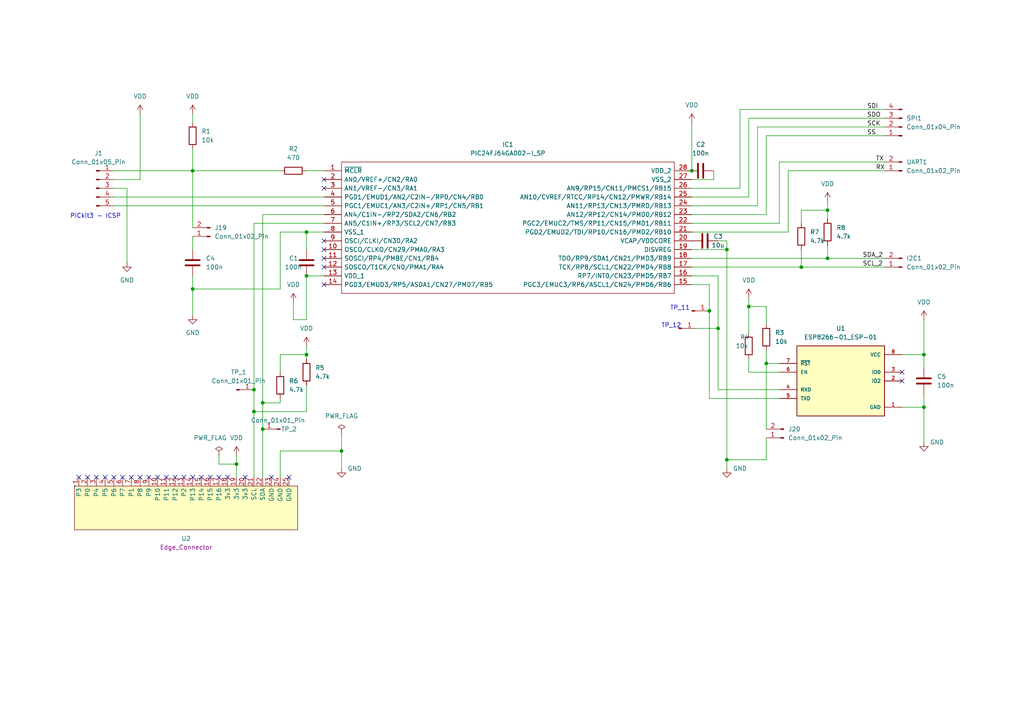
<source format=kicad_sch>
(kicad_sch (version 20230121) (generator eeschema)
  (paper "A4")
  (title_block (title "AUTONOMNO VOZILO") (date "2024-02-01") (company "ETF Banja Luka"))
  (lib_symbols
    (symbol "Connector:Conn_01x01_Pin" (pin_names (offset 1.016) hide)
      (property "Reference" "J" (at 0 2.54 0))
      (property "Value" "Conn_01x01_Pin" (at 0 -2.54 0))
      (symbol "Conn_01x01_Pin_1_1"
        (polyline (pts (xy 1.27 0) (xy 0.8636 0)) (stroke (width 0.1524)))
        (rectangle (start 0.8636 0.127) (end 0 -0.127) (stroke (width 0.1524)) (fill (type outline)))
        (pin passive line (at 5.08 0 180) (length 3.81) (name "Pin_1") (number "1"))
      )
    )
    (symbol "Connector:Conn_01x02_Pin" (pin_names (offset 1.016) hide)
      (property "Reference" "J" (at 0 2.54 0))
      (property "Value" "Conn_01x02_Pin" (at 0 -5.08 0))
      (symbol "Conn_01x02_Pin_1_1"
        (polyline (pts (xy 1.27 -2.54) (xy 0.8636 -2.54)) (stroke (width 0.1524)))
        (polyline (pts (xy 1.27 0) (xy 0.8636 0)) (stroke (width 0.1524)))
        (rectangle (start 0.8636 -2.413) (end 0 -2.667) (stroke (width 0.1524)) (fill (type outline)))
        (rectangle (start 0.8636 0.127) (end 0 -0.127) (stroke (width 0.1524)) (fill (type outline)))
        (pin passive line (at 5.08 0 180) (length 3.81) (name "Pin_1") (number "1"))
        (pin passive line (at 5.08 -2.54 180) (length 3.81) (name "Pin_2") (number "2"))
      )
    )
    (symbol "Connector:Conn_01x04_Pin" (pin_names (offset 1.016) hide)
      (property "Reference" "J" (at 0 5.08 0))
      (property "Value" "Conn_01x04_Pin" (at 0 -7.62 0))
      (symbol "Conn_01x04_Pin_1_1"
        (polyline (pts (xy 1.27 -5.08) (xy 0.8636 -5.08)) (stroke (width 0.1524)))
        (polyline (pts (xy 1.27 -2.54) (xy 0.8636 -2.54)) (stroke (width 0.1524)))
        (polyline (pts (xy 1.27 0) (xy 0.8636 0)) (stroke (width 0.1524)))
        (polyline (pts (xy 1.27 2.54) (xy 0.8636 2.54)) (stroke (width 0.1524)))
        (rectangle (start 0.8636 -4.953) (end 0 -5.207) (stroke (width 0.1524)) (fill (type outline)))
        (rectangle (start 0.8636 -2.413) (end 0 -2.667) (stroke (width 0.1524)) (fill (type outline)))
        (rectangle (start 0.8636 0.127) (end 0 -0.127) (stroke (width 0.1524)) (fill (type outline)))
        (rectangle (start 0.8636 2.667) (end 0 2.413) (stroke (width 0.1524)) (fill (type outline)))
        (pin passive line (at 5.08 2.54 180) (length 3.81) (name "Pin_1") (number "1"))
        (pin passive line (at 5.08 0 180) (length 3.81) (name "Pin_2") (number "2"))
        (pin passive line (at 5.08 -2.54 180) (length 3.81) (name "Pin_3") (number "3"))
        (pin passive line (at 5.08 -5.08 180) (length 3.81) (name "Pin_4") (number "4"))
      )
    )
    (symbol "Connector:Conn_01x05_Pin" (pin_names (offset 1.016) hide)
      (property "Reference" "J" (at 0 7.62 0))
      (property "Value" "Conn_01x05_Pin" (at 0 -7.62 0))
      (symbol "Conn_01x05_Pin_1_1"
        (polyline (pts (xy 1.27 -5.08) (xy 0.8636 -5.08)) (stroke (width 0.1524)))
        (polyline (pts (xy 1.27 -2.54) (xy 0.8636 -2.54)) (stroke (width 0.1524)))
        (polyline (pts (xy 1.27 0) (xy 0.8636 0)) (stroke (width 0.1524)))
        (polyline (pts (xy 1.27 2.54) (xy 0.8636 2.54)) (stroke (width 0.1524)))
        (polyline (pts (xy 1.27 5.08) (xy 0.8636 5.08)) (stroke (width 0.1524)))
        (rectangle (start 0.8636 -4.953) (end 0 -5.207) (stroke (width 0.1524)) (fill (type outline)))
        (rectangle (start 0.8636 -2.413) (end 0 -2.667) (stroke (width 0.1524)) (fill (type outline)))
        (rectangle (start 0.8636 0.127) (end 0 -0.127) (stroke (width 0.1524)) (fill (type outline)))
        (rectangle (start 0.8636 2.667) (end 0 2.413) (stroke (width 0.1524)) (fill (type outline)))
        (rectangle (start 0.8636 5.207) (end 0 4.953) (stroke (width 0.1524)) (fill (type outline)))
        (pin passive line (at 5.08 5.08 180) (length 3.81) (name "Pin_1") (number "1"))
        (pin passive line (at 5.08 2.54 180) (length 3.81) (name "Pin_2") (number "2"))
        (pin passive line (at 5.08 0 180) (length 3.81) (name "Pin_3") (number "3"))
        (pin passive line (at 5.08 -2.54 180) (length 3.81) (name "Pin_4") (number "4"))
        (pin passive line (at 5.08 -5.08 180) (length 3.81) (name "Pin_5") (number "5"))
      )
    )
    (symbol "Device:C" (pin_numbers hide) (pin_names (offset 0.254))
      (property "Reference" "C" (at 0.635 2.54 0))
      (property "Value" "C" (at 0.635 -2.54 0))
      (symbol "C_0_1"
        (polyline (pts (xy -2.032 -0.762) (xy 2.032 -0.762)) (stroke (width 0.508)))
        (polyline (pts (xy -2.032 0.762) (xy 2.032 0.762)) (stroke (width 0.508)))
      )
      (symbol "C_1_1"
        (pin passive line (at 0 3.81 270) (length 2.794) (name "~") (number "1"))
        (pin passive line (at 0 -3.81 90) (length 2.794) (name "~") (number "2"))
      )
    )
    (symbol "Device:R" (pin_numbers hide) (pin_names (offset 0))
      (property "Reference" "R" (at 2.032 0 90))
      (property "Value" "R" (at 0 0 90))
      (symbol "R_0_1"
        (rectangle (start -1.016 -2.54) (end 1.016 2.54) (stroke (width 0.254)))
      )
      (symbol "R_1_1"
        (pin passive line (at 0 3.81 270) (length 1.27) (name "~") (number "1"))
        (pin passive line (at 0 -3.81 90) (length 1.27) (name "~") (number "2"))
      )
    )
    (symbol "Edge_Connector:Edge_Connector"
      (property "Reference" "U" (at 1.27 66.04 0))
      (property "Symbol Name" "Edge_Connector" (at 6.35 -1.27 0))
      (symbol "Edge_Connector_1_1"
        (rectangle (start 0 64.77) (end 12.7 0) (fill (type background)))
        (pin input line (at -2.54 1.27 0) (length 2.54) (name "P3") (number "1"))
        (pin input line (at -2.54 24.13 0) (length 2.54) (name "P10") (number "10"))
        (pin input line (at -2.54 26.67 0) (length 2.54) (name "P11") (number "11"))
        (pin input line (at -2.54 29.21 0) (length 2.54) (name "P12") (number "12"))
        (pin input line (at -2.54 31.75 0) (length 2.54) (name "P2") (number "13"))
        (pin input line (at -2.54 34.29 0) (length 2.54) (name "P13") (number "14"))
        (pin input line (at -2.54 36.83 0) (length 2.54) (name "P14") (number "15"))
        (pin input line (at -2.54 39.37 0) (length 2.54) (name "P15") (number "16"))
        (pin input line (at -2.54 41.91 0) (length 2.54) (name "P16") (number "17"))
        (pin input line (at -2.54 44.45 0) (length 2.54) (name "3v3") (number "18"))
        (pin input line (at -2.54 46.99 0) (length 2.54) (name "3v3") (number "19"))
        (pin input line (at -2.54 3.81 0) (length 2.54) (name "P0") (number "2"))
        (pin input line (at -2.54 49.53 0) (length 2.54) (name "3v3") (number "20"))
        (pin input line (at -2.54 52.07 0) (length 2.54) (name "SCL") (number "21"))
        (pin input line (at -2.54 54.61 0) (length 2.54) (name "SDA") (number "22"))
        (pin input line (at -2.54 57.15 0) (length 2.54) (name "GND") (number "23"))
        (pin input line (at -2.54 59.69 0) (length 2.54) (name "GND") (number "24"))
        (pin input line (at -2.54 62.23 0) (length 2.54) (name "GND") (number "25"))
        (pin input line (at -2.54 6.35 0) (length 2.54) (name "P4") (number "3"))
        (pin input line (at -2.54 8.89 0) (length 2.54) (name "P5") (number "4"))
        (pin input line (at -2.54 11.43 0) (length 2.54) (name "P6") (number "5"))
        (pin input line (at -2.54 13.97 0) (length 2.54) (name "P7") (number "6"))
        (pin input line (at -2.54 16.51 0) (length 2.54) (name "P1") (number "7"))
        (pin input line (at -2.54 19.05 0) (length 2.54) (name "P8") (number "8"))
        (pin input line (at -2.54 21.59 0) (length 2.54) (name "P9") (number "9"))
      )
    )
    (symbol "PIC24FJ64GA002-I_SP:PIC24FJ64GA002-I_SP" (pin_names (offset 0.762))
      (property "Reference" "IC" (at 102.87 7.62 0))
      (property "Value" "PIC24FJ64GA002-I_SP" (at 102.87 5.08 0))
      (symbol "PIC24FJ64GA002-I_SP_0_0"
        (pin passive line (at 0 0 0) (length 5.08) (name "~{MCLR}") (number "1"))
        (pin passive line (at 0 -22.86 0) (length 5.08) (name "OSCO/CLKO/CN29/PMA0/RA3") (number "10"))
        (pin passive line (at 0 -25.4 0) (length 5.08) (name "SOSCI/RP4/PMBE/CN1/RB4") (number "11"))
        (pin passive line (at 0 -27.94 0) (length 5.08) (name "SOSCO/T1CK/CN0/PMA1/RA4") (number "12"))
        (pin passive line (at 0 -30.48 0) (length 5.08) (name "VDD_1") (number "13"))
        (pin passive line (at 0 -33.02 0) (length 5.08) (name "PGD3/EMUD3/RP5/ASDA1/CN27/PMD7/RB5") (number "14"))
        (pin passive line (at 106.68 -33.02 180) (length 5.08) (name "PGC3/EMUC3/RP6/ASCL1/CN24/PMD6/RB6") (number "15"))
        (pin passive line (at 106.68 -30.48 180) (length 5.08) (name "RP7/INT0/CN23/PMD5/RB7") (number "16"))
        (pin passive line (at 106.68 -27.94 180) (length 5.08) (name "TCK/RP8/SCL1/CN22/PMD4/RB8") (number "17"))
        (pin passive line (at 106.68 -25.4 180) (length 5.08) (name "TDO/RP9/SDA1/CN21/PMD3/RB9") (number "18"))
        (pin passive line (at 106.68 -22.86 180) (length 5.08) (name "DISVREG") (number "19"))
        (pin passive line (at 0 -2.54 0) (length 5.08) (name "AN0/VREF+/CN2/RA0") (number "2"))
        (pin passive line (at 106.68 -20.32 180) (length 5.08) (name "VCAP/VDDCORE") (number "20"))
        (pin passive line (at 106.68 -17.78 180) (length 5.08) (name "PGD2/EMUD2/TDI/RP10/CN16/PMD2/RB10") (number "21"))
        (pin passive line (at 106.68 -15.24 180) (length 5.08) (name "PGC2/EMUC2/TMS/RP11/CN15/PMD1/RB11") (number "22"))
        (pin passive line (at 106.68 -12.7 180) (length 5.08) (name "AN12/RP12/CN14/PMD0/RB12") (number "23"))
        (pin passive line (at 106.68 -10.16 180) (length 5.08) (name "AN11/RP13/CN13/PMRD/RB13") (number "24"))
        (pin passive line (at 106.68 -7.62 180) (length 5.08) (name "AN10/CVREF/RTCC/RP14/CN12/PMWR/RB14") (number "25"))
        (pin passive line (at 106.68 -5.08 180) (length 5.08) (name "AN9/RP15/CN11/PMCS1/RB15") (number "26"))
        (pin passive line (at 106.68 -2.54 180) (length 5.08) (name "VSS_2") (number "27"))
        (pin passive line (at 106.68 0 180) (length 5.08) (name "VDD_2") (number "28"))
        (pin passive line (at 0 -5.08 0) (length 5.08) (name "AN1/VREF-/CN3/RA1") (number "3"))
        (pin passive line (at 0 -7.62 0) (length 5.08) (name "PGD1/EMUD1/AN2/C2IN-/RP0/CN4/RB0") (number "4"))
        (pin passive line (at 0 -10.16 0) (length 5.08) (name "PGC1/EMUC1/AN3/C2IN+/RP1/CN5/RB1") (number "5"))
        (pin passive line (at 0 -12.7 0) (length 5.08) (name "AN4/C1IN-/RP2/SDA2/CN6/RB2") (number "6"))
        (pin passive line (at 0 -15.24 0) (length 5.08) (name "AN5/C1IN+/RP3/SCL2/CN7/RB3") (number "7"))
        (pin passive line (at 0 -17.78 0) (length 5.08) (name "VSS_1") (number "8"))
        (pin passive line (at 0 -20.32 0) (length 5.08) (name "OSCI/CLKI/CN30/RA2") (number "9"))
      )
      (symbol "PIC24FJ64GA002-I_SP_0_1"
        (polyline (pts (xy 5.08 2.54) (xy 101.6 2.54) (xy 101.6 -35.56) (xy 5.08 -35.56) (xy 5.08 2.54)) (stroke (width 0.1524)))
      )
    )
    (symbol "WiFi:ESP8266-01_ESP-01" (pin_names (offset 1.016))
      (property "Reference" "U" (at -12.7094 10.6778 0))
      (property "Value" "ESP8266-01_ESP-01" (at -12.7131 -12.7131 0))
      (symbol "ESP8266-01_ESP-01_0_0"
        (rectangle (start -12.7 -10.16) (end 12.7 10.16) (stroke (width 0.254)) (fill (type background)))
        (pin power_in line (at 17.78 -7.62 180) (length 5.08) (name "GND") (number "1"))
        (pin bidirectional line (at 17.78 0 180) (length 5.08) (name "IO2") (number "2"))
        (pin bidirectional line (at 17.78 2.54 180) (length 5.08) (name "IO0") (number "3"))
        (pin input line (at -17.78 -2.54 0) (length 5.08) (name "RXD") (number "4"))
        (pin output line (at -17.78 -5.08 0) (length 5.08) (name "TXD") (number "5"))
        (pin input line (at -17.78 2.54 0) (length 5.08) (name "EN") (number "6"))
        (pin input line (at -17.78 5.08 0) (length 5.08) (name "~{RST}") (number "7"))
        (pin power_in line (at 17.78 7.62 180) (length 5.08) (name "VCC") (number "8"))
      )
    )
    (symbol "power:GND" (power) (pin_names (offset 0))
      (property "Value" "GND" (at 0 -3.81 0))
      (symbol "GND_0_1"
        (polyline (pts (xy 0 0) (xy 0 -1.27) (xy 1.27 -1.27) (xy 0 -2.54) (xy -1.27 -1.27) (xy 0 -1.27)))
      )
      (symbol "GND_1_1"
        (pin power_in line (at 0 0 270) (length 0) hide (name "GND") (number "1"))
      )
    )
    (symbol "power:PWR_FLAG" (power) (pin_numbers hide) (pin_names (offset 0) hide)
      (property "Value" "PWR_FLAG" (at 0 3.81 0))
      (symbol "PWR_FLAG_0_0"
        (pin power_out line (at 0 0 90) (length 0) (name "pwr") (number "1"))
      )
      (symbol "PWR_FLAG_0_1"
        (polyline (pts (xy 0 0) (xy 0 1.27) (xy -1.016 1.905) (xy 0 2.54) (xy 1.016 1.905) (xy 0 1.27)))
      )
    )
    (symbol "power:VDD" (power) (pin_names (offset 0))
      (property "Value" "VDD" (at 0 3.81 0))
      (symbol "VDD_0_1"
        (polyline (pts (xy -0.762 1.27) (xy 0 2.54)))
        (polyline (pts (xy 0 0) (xy 0 2.54)))
        (polyline (pts (xy 0 2.54) (xy 0.762 1.27)))
      )
      (symbol "VDD_1_1"
        (pin power_in line (at 0 0 90) (length 0) hide (name "VDD") (number "1"))
      )
    )
  )
  (junction (at 88.9 102.87))
  (junction (at 55.88 83.82))
  (junction (at 88.9 67.31))
  (junction (at 222.25 105.41))
  (junction (at 267.97 118.11))
  (junction (at 240.03 74.93))
  (junction (at 55.88 49.53))
  (junction (at 73.66 119.38))
  (junction (at 76.2 124.46))
  (junction (at 205.74 90.17))
  (junction (at 68.58 134.62))
  (junction (at 208.28 95.25))
  (junction (at 232.41 77.47))
  (junction (at 73.66 113.03))
  (junction (at 217.17 88.9))
  (junction (at 267.97 102.87))
  (junction (at 210.82 133.35))
  (junction (at 240.03 60.96))
  (junction (at 99.06 130.81))
  (junction (at 210.82 72.39))
  (junction (at 200.66 49.53))
  (junction (at 88.9 80.01))
  (junction (at 76.2 116.84))
  (no_connect (at 55.88 138.43))
  (no_connect (at 25.4 138.43))
  (no_connect (at 35.56 138.43))
  (no_connect (at 93.98 72.39))
  (no_connect (at 71.12 138.43))
  (no_connect (at 33.02 138.43))
  (no_connect (at 93.98 77.47))
  (no_connect (at 93.98 74.93))
  (no_connect (at 58.42 138.43))
  (no_connect (at 43.18 138.43))
  (no_connect (at 78.74 138.43))
  (no_connect (at 261.62 107.95))
  (no_connect (at 30.48 138.43))
  (no_connect (at 48.26 138.43))
  (no_connect (at 93.98 52.07))
  (no_connect (at 50.8 138.43))
  (no_connect (at 38.1 138.43))
  (no_connect (at 60.96 138.43))
  (no_connect (at 63.5 138.43))
  (no_connect (at 93.98 82.55))
  (no_connect (at 261.62 110.49))
  (no_connect (at 40.64 138.43))
  (no_connect (at 83.82 138.43))
  (no_connect (at 93.98 69.85))
  (no_connect (at 45.72 138.43))
  (no_connect (at 53.34 138.43))
  (no_connect (at 66.04 138.43))
  (no_connect (at 27.94 138.43))
  (no_connect (at 93.98 54.61))
  (no_connect (at 22.86 138.43))
  (wire (pts (xy 55.88 49.53) (xy 55.88 66.04)))
  (wire (pts (xy 205.74 90.17) (xy 205.74 115.57)))
  (wire (pts (xy 261.62 102.87) (xy 267.97 102.87)))
  (wire (pts (xy 81.28 107.95) (xy 81.28 102.87)))
  (wire (pts (xy 81.28 138.43) (xy 81.28 130.81)))
  (wire (pts (xy 81.28 83.82) (xy 81.28 67.31)))
  (wire (pts (xy 81.28 67.31) (xy 88.9 67.31)))
  (wire (pts (xy 93.98 62.23) (xy 76.2 62.23)))
  (wire (pts (xy 232.41 64.77) (xy 232.41 60.96)))
  (wire (pts (xy 222.25 93.98) (xy 222.25 88.9)))
  (wire (pts (xy 228.6 49.53) (xy 256.54 49.53)))
  (wire (pts (xy 200.66 62.23) (xy 222.25 62.23)))
  (wire (pts (xy 76.2 124.46) (xy 76.2 138.43)))
  (wire (pts (xy 73.66 119.38) (xy 88.9 119.38)))
  (wire (pts (xy 205.74 82.55) (xy 205.74 90.17)))
  (wire (pts (xy 208.28 95.25) (xy 208.28 113.03)))
  (wire (pts (xy 214.63 31.75) (xy 256.54 31.75)))
  (wire (pts (xy 81.28 130.81) (xy 99.06 130.81)))
  (wire (pts (xy 73.66 64.77) (xy 73.66 113.03)))
  (wire (pts (xy 55.88 83.82) (xy 81.28 83.82)))
  (wire (pts (xy 200.66 57.15) (xy 217.17 57.15)))
  (wire (pts (xy 222.25 39.37) (xy 256.54 39.37)))
  (wire (pts (xy 217.17 107.95) (xy 226.06 107.95)))
  (wire (pts (xy 36.83 54.61) (xy 36.83 76.2)))
  (wire (pts (xy 63.5 132.08) (xy 63.5 134.62)))
  (wire (pts (xy 205.74 115.57) (xy 226.06 115.57)))
  (wire (pts (xy 240.03 71.12) (xy 240.03 74.93)))
  (wire (pts (xy 93.98 67.31) (xy 88.9 67.31)))
  (wire (pts (xy 222.25 127) (xy 222.25 133.35)))
  (wire (pts (xy 217.17 86.36) (xy 217.17 88.9)))
  (wire (pts (xy 200.66 72.39) (xy 210.82 72.39)))
  (wire (pts (xy 81.28 102.87) (xy 88.9 102.87)))
  (wire (pts (xy 55.88 68.58) (xy 55.88 72.39)))
  (wire (pts (xy 232.41 60.96) (xy 240.03 60.96)))
  (wire (pts (xy 217.17 34.29) (xy 256.54 34.29)))
  (wire (pts (xy 55.88 83.82) (xy 55.88 91.44)))
  (wire (pts (xy 88.9 67.31) (xy 88.9 72.39)))
  (wire (pts (xy 200.66 35.56) (xy 200.66 49.53)))
  (wire (pts (xy 210.82 72.39) (xy 210.82 69.85)))
  (wire (pts (xy 210.82 135.89) (xy 210.82 133.35)))
  (wire (pts (xy 33.02 49.53) (xy 55.88 49.53)))
  (wire (pts (xy 200.66 64.77) (xy 226.06 64.77)))
  (wire (pts (xy 33.02 52.07) (xy 40.64 52.07)))
  (wire (pts (xy 200.66 59.69) (xy 219.71 59.69)))
  (wire (pts (xy 200.66 80.01) (xy 208.28 80.01)))
  (wire (pts (xy 267.97 102.87) (xy 267.97 92.71)))
  (wire (pts (xy 267.97 118.11) (xy 267.97 128.27)))
  (wire (pts (xy 63.5 134.62) (xy 68.58 134.62)))
  (wire (pts (xy 200.66 77.47) (xy 232.41 77.47)))
  (wire (pts (xy 200.66 74.93) (xy 240.03 74.93)))
  (wire (pts (xy 207.01 52.07) (xy 207.01 49.53)))
  (wire (pts (xy 210.82 133.35) (xy 210.82 72.39)))
  (wire (pts (xy 200.66 82.55) (xy 205.74 82.55)))
  (wire (pts (xy 217.17 88.9) (xy 217.17 96.52)))
  (wire (pts (xy 200.66 67.31) (xy 228.6 67.31)))
  (wire (pts (xy 200.66 52.07) (xy 207.01 52.07)))
  (wire (pts (xy 232.41 77.47) (xy 256.54 77.47)))
  (wire (pts (xy 232.41 72.39) (xy 232.41 77.47)))
  (wire (pts (xy 222.25 105.41) (xy 226.06 105.41)))
  (wire (pts (xy 40.64 33.02) (xy 40.64 52.07)))
  (wire (pts (xy 222.25 101.6) (xy 222.25 105.41)))
  (wire (pts (xy 73.66 113.03) (xy 73.66 119.38)))
  (wire (pts (xy 208.28 113.03) (xy 226.06 113.03)))
  (wire (pts (xy 93.98 80.01) (xy 88.9 80.01)))
  (wire (pts (xy 200.66 49.53) (xy 199.39 49.53)))
  (wire (pts (xy 219.71 36.83) (xy 256.54 36.83)))
  (wire (pts (xy 219.71 59.69) (xy 219.71 36.83)))
  (wire (pts (xy 76.2 116.84) (xy 76.2 124.46)))
  (wire (pts (xy 222.25 88.9) (xy 217.17 88.9)))
  (wire (pts (xy 240.03 60.96) (xy 240.03 63.5)))
  (wire (pts (xy 201.93 95.25) (xy 208.28 95.25)))
  (wire (pts (xy 68.58 132.08) (xy 68.58 134.62)))
  (wire (pts (xy 55.88 49.53) (xy 81.28 49.53)))
  (wire (pts (xy 55.88 80.01) (xy 55.88 83.82)))
  (wire (pts (xy 210.82 69.85) (xy 208.28 69.85)))
  (wire (pts (xy 33.02 59.69) (xy 93.98 59.69)))
  (wire (pts (xy 99.06 130.81) (xy 99.06 135.89)))
  (wire (pts (xy 222.25 105.41) (xy 222.25 124.46)))
  (wire (pts (xy 217.17 104.14) (xy 217.17 107.95)))
  (wire (pts (xy 99.06 125.73) (xy 99.06 130.81)))
  (wire (pts (xy 226.06 46.99) (xy 256.54 46.99)))
  (wire (pts (xy 261.62 118.11) (xy 267.97 118.11)))
  (wire (pts (xy 85.09 87.63) (xy 85.09 92.71)))
  (wire (pts (xy 85.09 92.71) (xy 88.9 92.71)))
  (wire (pts (xy 222.25 133.35) (xy 210.82 133.35)))
  (wire (pts (xy 267.97 102.87) (xy 267.97 106.68)))
  (wire (pts (xy 73.66 119.38) (xy 73.66 138.43)))
  (wire (pts (xy 88.9 119.38) (xy 88.9 111.76)))
  (wire (pts (xy 208.28 80.01) (xy 208.28 95.25)))
  (wire (pts (xy 267.97 114.3) (xy 267.97 118.11)))
  (wire (pts (xy 88.9 49.53) (xy 93.98 49.53)))
  (wire (pts (xy 214.63 54.61) (xy 214.63 31.75)))
  (wire (pts (xy 88.9 100.33) (xy 88.9 102.87)))
  (wire (pts (xy 33.02 57.15) (xy 93.98 57.15)))
  (wire (pts (xy 33.02 54.61) (xy 36.83 54.61)))
  (wire (pts (xy 76.2 62.23) (xy 76.2 116.84)))
  (wire (pts (xy 88.9 92.71) (xy 88.9 80.01)))
  (wire (pts (xy 76.2 116.84) (xy 81.28 116.84)))
  (wire (pts (xy 217.17 57.15) (xy 217.17 34.29)))
  (wire (pts (xy 200.66 54.61) (xy 214.63 54.61)))
  (wire (pts (xy 55.88 49.53) (xy 55.88 43.18)))
  (wire (pts (xy 81.28 116.84) (xy 81.28 115.57)))
  (wire (pts (xy 93.98 64.77) (xy 73.66 64.77)))
  (wire (pts (xy 222.25 62.23) (xy 222.25 39.37)))
  (wire (pts (xy 240.03 74.93) (xy 256.54 74.93)))
  (wire (pts (xy 226.06 64.77) (xy 226.06 46.99)))
  (wire (pts (xy 228.6 67.31) (xy 228.6 49.53)))
  (wire (pts (xy 68.58 134.62) (xy 68.58 138.43)))
  (wire (pts (xy 240.03 58.42) (xy 240.03 60.96)))
  (wire (pts (xy 55.88 33.02) (xy 55.88 35.56)))
  (wire (pts (xy 88.9 102.87) (xy 88.9 104.14)))
  (text "TP_12\n" (at 191.77 95.25 0) (effects (font (size 1.27 1.27)) (justify left bottom)))
  (text "TP_11\n" (at 194.31 90.17 0) (effects (font (size 1.27 1.27)) (justify left bottom)))
  (text "PICkit3 - ICSP" (at 20.32 63.5 0) (effects (font (size 1.27 1.27)) (justify left bottom)))
  (label "SCL_2" (at 250.19 77.47 0))
  (label "SCK" (at 251.46 36.83 0))
  (label "RX" (at 254 49.53 0))
  (label "TX" (at 254 46.99 0))
  (label "SDA_2" (at 250.19 74.93 0))
  (label "SDI" (at 251.46 31.75 0))
  (label "SS" (at 251.46 39.37 0))
  (label "SDO" (at 251.46 34.29 0))
  (symbol (lib_id "Connector:Conn_01x02_Pin") (at 60.96 68.58 180) (unit 1)
    (property "Reference" "J19" (at 62.23 66.04 0) (effects (justify right)))
    (property "Value" "Conn_01x02_Pin" (at 62.23 68.58 0) (effects (justify right)))
    (property "Footprint" "P_2_HEADER:HDRV2W66P0X254_1X2_508X254X874P" (effects hide))
  )
  (symbol (lib_id "Device:R") (at 217.17 100.33 0) (unit 1)
    (property "Reference" "R4" (at 214.63 97.79 0) (effects (justify left)))
    (property "Value" "10k" (at 213.36 100.33 0) (effects (justify left)))
    (property "Footprint" "RES_10k:RESC6432X120N" (effects hide))
  )
  (symbol (lib_id "Device:R") (at 55.88 39.37 0) (unit 1)
    (property "Reference" "R1" (at 58.42 38.1 0) (effects (justify left)))
    (property "Value" "10k" (at 58.42 40.64 0) (effects (justify left)))
    (property "Footprint" "RES_10k:RESC6432X120N" (effects hide))
  )
  (symbol (lib_id "power:VDD") (at 267.97 92.71 0) (unit 1)
    (property "Reference" "#PWR07" (effects hide))
    (property "Value" "VDD" (at 267.97 87.63 0))
  )
  (symbol (lib_id "Connector:Conn_01x05_Pin") (at 27.94 54.61 0) (unit 1)
    (property "Reference" "J1" (at 28.575 44.45 0))
    (property "Value" "Conn_01x05_Pin" (at 28.575 46.99 0))
    (property "Footprint" "P_5_HEADER:HDRV5W67P0X254_1X5_1229X234X821P" (effects hide))
  )
  (symbol (lib_id "WiFi:ESP8266-01_ESP-01") (at 243.84 110.49 0) (unit 1)
    (property "Reference" "U1" (at 243.84 95.25 0))
    (property "Value" "ESP8266-01_ESP-01" (at 243.84 97.79 0))
    (property "Footprint" "WiFi:XCVR_ESP8266-01_ESP-01" (effects hide))
    (property "MF" "AI-Thinker" (effects hide))
    (property "MAXIMUM_PACKAGE_HEIGHT" "11.2 mm" (effects hide))
    (property "Package" "Non-Standard AI-Thinker" (effects hide))
    (property "Price" "None" (effects hide))
    (property "Check_prices" "https://www.snapeda.com/parts/ESP8266-01/ESP-01/AI-Thinker/view-part/?ref=eda" (effects hide))
    (property "STANDARD" "Manufacturer recommendations or IPC 7351B" (effects hide))
    (property "PARTREV" "V1.2" (effects hide))
    (property "SnapEDA_Link" "https://www.snapeda.com/parts/ESP8266-01/ESP-01/AI-Thinker/view-part/?ref=snap" (effects hide))
    (property "MP" "ESP8266-01/ESP-01" (effects hide))
    (property "Description" "\nMakerFocus 4pcs ESP8266 ESP-01 Serial Wireless WiFi Transceiver Receiver Module 1MB SPI Flash DC3.0-3.6V Internet of Things WiFi Module Board Compatible with Ar duino\n" (effects hide))
    (property "Availability" "Not in stock" (effects hide))
    (property "MANUFACTURER" "AI-Thinker" (effects hide))
  )
  (symbol (lib_id "Connector:Conn_01x02_Pin") (at 227.33 127 180) (unit 1)
    (property "Reference" "J20" (at 228.6 124.46 0) (effects (justify right)))
    (property "Value" "Conn_01x02_Pin" (at 228.6 127 0) (effects (justify right)))
    (property "Footprint" "P_2_HEADER:HDRV2W66P0X254_1X2_508X254X874P" (effects hide))
  )
  (symbol (lib_id "power:GND") (at 99.06 135.89 0) (unit 1)
    (property "Reference" "#PWR011" (effects hide))
    (property "Value" "GND" (at 102.87 135.89 0))
  )
  (symbol (lib_id "power:VDD") (at 240.03 58.42 0) (unit 1)
    (property "Reference" "#PWR014" (effects hide))
    (property "Value" "VDD" (at 240.03 53.34 0))
  )
  (symbol (lib_id "Connector:Conn_01x01_Pin") (at 68.58 113.03 0) (unit 1)
    (property "Reference" "TP_1" (at 69.215 107.95 0))
    (property "Value" "Conn_01x01_Pin" (at 69.215 110.49 0))
    (property "Footprint" "Connector_Wire:SolderWire-0.1sqmm_1x01_D0.4mm_OD1mm" (effects hide))
  )
  (symbol (lib_id "Device:R") (at 240.03 67.31 0) (unit 1)
    (property "Reference" "R8" (at 242.57 66.04 0) (effects (justify left)))
    (property "Value" "4.7k" (at 242.57 68.58 0) (effects (justify left)))
    (property "Footprint" "RES_4k7:RESC6432X65N" (effects hide))
  )
  (symbol (lib_id "power:GND") (at 267.97 128.27 0) (unit 1)
    (property "Reference" "#PWR08" (effects hide))
    (property "Value" "GND" (at 271.78 128.27 0))
  )
  (symbol (lib_id "Connector:Conn_01x02_Pin") (at 261.62 49.53 180) (unit 1)
    (property "Reference" "UART1" (at 262.89 46.99 0) (effects (justify right)))
    (property "Value" "Conn_01x02_Pin" (at 262.89 49.53 0) (effects (justify right)))
    (property "Footprint" "P_2_HEADER:HDRV2W66P0X254_1X2_508X254X874P" (effects hide))
  )
  (symbol (lib_id "Device:C") (at 203.2 49.53 90) (unit 1)
    (property "Reference" "C2" (at 203.2 41.91 90))
    (property "Value" "100n" (at 203.2 44.45 90))
    (property "Footprint" "CAP_0.1u:CAPC5750X270N" (effects hide))
  )
  (symbol (lib_id "power:PWR_FLAG") (at 63.5 132.08 0) (unit 1)
    (property "Reference" "#FLG03" (effects hide))
    (property "Value" "PWR_FLAG" (at 60.96 127 0))
  )
  (symbol (lib_id "PIC24FJ64GA002-I_SP:PIC24FJ64GA002-I_SP") (at 93.98 49.53 0) (unit 1)
    (property "Reference" "IC1" (at 147.32 41.91 0))
    (property "Value" "PIC24FJ64GA002-I_SP" (at 147.32 44.45 0))
    (property "Footprint" "PIC24FJ64GA002:DIP794W56P254L3486H508Q28N" (effects hide))
    (property "Description" "Micro 16b, 64KB Fl, PIC24FJ64GA002-I/SP Microchip PIC24FJ64GA002-I/SP, 16bit PIC Microcontroller, 32MHz, 64 kB Flash, 28-Pin SPDIP" (effects hide))
    (property "Height" "5.08" (effects hide))
    (property "Mouser Part Number" "579-PIC24FJ64GA002SP" (effects hide))
    (property "Mouser Price/Stock" "https://www.mouser.co.uk/ProductDetail/Microchip-Technology/PIC24FJ64GA002-I-SP?qs=V%2FyyTCAHA4ChMHX5BWhjEA%3D%3D" (effects hide))
    (property "Manufacturer_Name" "Microchip" (effects hide))
    (property "Manufacturer_Part_Number" "PIC24FJ64GA002-I/SP" (effects hide))
  )
  (symbol (lib_id "power:VDD") (at 55.88 33.02 0) (unit 1)
    (property "Reference" "#PWR01" (effects hide))
    (property "Value" "VDD" (at 55.88 27.94 0))
  )
  (symbol (lib_id "Connector:Conn_01x04_Pin") (at 261.62 36.83 180) (unit 1)
    (property "Reference" "SPI1" (at 262.89 34.29 0) (effects (justify right)))
    (property "Value" "Conn_01x04_Pin" (at 262.89 36.83 0) (effects (justify right)))
    (property "Footprint" "P_4_HEADER:HDRV4W64P0X254_1X4_1016X254X889P" (effects hide))
  )
  (symbol (lib_id "Device:C") (at 267.97 110.49 180) (unit 1)
    (property "Reference" "C5" (at 271.78 109.22 0) (effects (justify right)))
    (property "Value" "100n" (at 271.78 111.76 0) (effects (justify right)))
    (property "Footprint" "CAP_0.1u:CAPC5750X270N" (effects hide))
  )
  (symbol (lib_id "power:VDD") (at 40.64 33.02 0) (unit 1)
    (property "Reference" "#PWR09" (effects hide))
    (property "Value" "VDD" (at 40.64 27.94 0))
  )
  (symbol (lib_id "Device:R") (at 88.9 107.95 0) (unit 1)
    (property "Reference" "R5" (at 91.44 106.68 0) (effects (justify left)))
    (property "Value" "4.7k" (at 91.44 109.22 0) (effects (justify left)))
    (property "Footprint" "RES_4k7:RESC6432X65N" (effects hide))
  )
  (symbol (lib_id "Device:C") (at 204.47 69.85 90) (unit 1)
    (property "Reference" "C3" (at 208.28 68.58 90))
    (property "Value" "10u" (at 208.28 71.12 90))
    (property "Footprint" "CAP_10u:C2220_FT" (effects hide))
  )
  (symbol (lib_id "Edge_Connector:Edge_Connector") (at 21.59 140.97 270) (unit 1)
    (property "Reference" "U2" (at 53.975 156.21 90))
    (property "Value" "~" (at 21.59 140.97 0))
    (property "Footprint" "Edge_Connector_Library:Edge_Connector" (effects hide))
    (property "Symbol Name" "Edge_Connector" (at 53.975 158.75 90))
  )
  (symbol (lib_id "Device:R") (at 222.25 97.79 0) (unit 1)
    (property "Reference" "R3" (at 224.79 96.52 0) (effects (justify left)))
    (property "Value" "10k" (at 224.79 99.06 0) (effects (justify left)))
    (property "Footprint" "RES_10k:RESC6432X120N" (effects hide))
  )
  (symbol (lib_id "power:PWR_FLAG") (at 99.06 125.73 0) (unit 1)
    (property "Reference" "#FLG01" (effects hide))
    (property "Value" "PWR_FLAG" (at 99.06 120.65 0))
  )
  (symbol (lib_id "Connector:Conn_01x02_Pin") (at 261.62 77.47 180) (unit 1)
    (property "Reference" "I2C1" (at 262.89 74.93 0) (effects (justify right)))
    (property "Value" "Conn_01x02_Pin" (at 262.89 77.47 0) (effects (justify right)))
    (property "Footprint" "P_2_HEADER:HDRV2W66P0X254_1X2_508X254X874P" (effects hide))
  )
  (symbol (lib_id "power:GND") (at 36.83 76.2 0) (unit 1)
    (property "Reference" "#PWR010" (effects hide))
    (property "Value" "GND" (at 36.83 81.28 0))
  )
  (symbol (lib_id "Device:C") (at 88.9 76.2 0) (unit 1)
    (property "Reference" "C1" (at 83.82 74.93 0) (effects (justify left)))
    (property "Value" "100n" (at 82.55 77.47 0) (effects (justify left)))
    (property "Footprint" "CAP_0.1u:CAPC5750X270N" (effects hide))
  )
  (symbol (lib_id "power:VDD") (at 88.9 100.33 0) (unit 1)
    (property "Reference" "#PWR013" (effects hide))
    (property "Value" "VDD" (at 88.9 95.25 0))
  )
  (symbol (lib_id "Connector:Conn_01x01_Pin") (at 200.66 90.17 0) (unit 1)
    (property "Reference" "J15" (effects hide))
    (property "Value" "Conn_01x01_Pin" (effects hide))
    (property "Footprint" "Connector_Wire:SolderWire-0.1sqmm_1x01_D0.4mm_OD1mm" (effects hide))
  )
  (symbol (lib_id "Device:C") (at 55.88 76.2 0) (unit 1)
    (property "Reference" "C4" (at 59.69 74.93 0) (effects (justify left)))
    (property "Value" "100n" (at 59.69 77.47 0) (effects (justify left)))
    (property "Footprint" "CAP_0.1u:CAPC5750X270N" (effects hide))
  )
  (symbol (lib_id "Connector:Conn_01x01_Pin") (at 196.85 95.25 0) (unit 1)
    (property "Reference" "J16" (effects hide))
    (property "Value" "Conn_01x01_Pin" (effects hide))
    (property "Footprint" "Connector_Wire:SolderWire-0.1sqmm_1x01_D0.4mm_OD1mm" (effects hide))
  )
  (symbol (lib_id "power:VDD") (at 85.09 87.63 0) (unit 1)
    (property "Reference" "#PWR06" (effects hide))
    (property "Value" "VDD" (at 85.09 82.55 0))
  )
  (symbol (lib_id "Device:R") (at 232.41 68.58 0) (unit 1)
    (property "Reference" "R7" (at 234.95 67.31 0) (effects (justify left)))
    (property "Value" "4.7k" (at 234.95 69.85 0) (effects (justify left)))
    (property "Footprint" "RES_4k7:RESC6432X65N" (effects hide))
  )
  (symbol (lib_id "power:VDD") (at 217.17 86.36 0) (unit 1)
    (property "Reference" "#PWR02" (effects hide))
    (property "Value" "VDD" (at 217.17 81.28 0))
  )
  (symbol (lib_id "power:GND") (at 55.88 91.44 0) (unit 1)
    (property "Reference" "#PWR04" (effects hide))
    (property "Value" "GND" (at 55.88 96.52 0))
  )
  (symbol (lib_id "power:VDD") (at 200.66 35.56 0) (unit 1)
    (property "Reference" "#PWR05" (effects hide))
    (property "Value" "VDD" (at 200.66 30.48 0))
  )
  (symbol (lib_id "Connector:Conn_01x01_Pin") (at 81.28 124.46 180) (unit 1)
    (property "Reference" "TP_2" (at 83.82 124.46 0))
    (property "Value" "Conn_01x01_Pin" (at 80.645 121.92 0))
    (property "Footprint" "Connector_Wire:SolderWire-0.1sqmm_1x01_D0.4mm_OD1mm" (effects hide))
  )
  (symbol (lib_id "Device:R") (at 85.09 49.53 90) (unit 1)
    (property "Reference" "R2" (at 85.09 43.18 90))
    (property "Value" "470" (at 85.09 45.72 90))
    (property "Footprint" "RES_470:RESC6332X65N" (effects hide))
  )
  (symbol (lib_id "Device:R") (at 81.28 111.76 0) (unit 1)
    (property "Reference" "R6" (at 83.82 110.49 0) (effects (justify left)))
    (property "Value" "4.7k" (at 83.82 113.03 0) (effects (justify left)))
    (property "Footprint" "RES_4k7:RESC6432X65N" (effects hide))
  )
  (symbol (lib_id "power:VDD") (at 68.58 132.08 0) (unit 1)
    (property "Reference" "#PWR012" (effects hide))
    (property "Value" "VDD" (at 68.58 127 0))
  )
  (symbol (lib_id "power:GND") (at 210.82 135.89 0) (unit 1)
    (property "Reference" "#PWR03" (effects hide))
    (property "Value" "GND" (at 214.63 135.89 0))
  )
)
</source>
